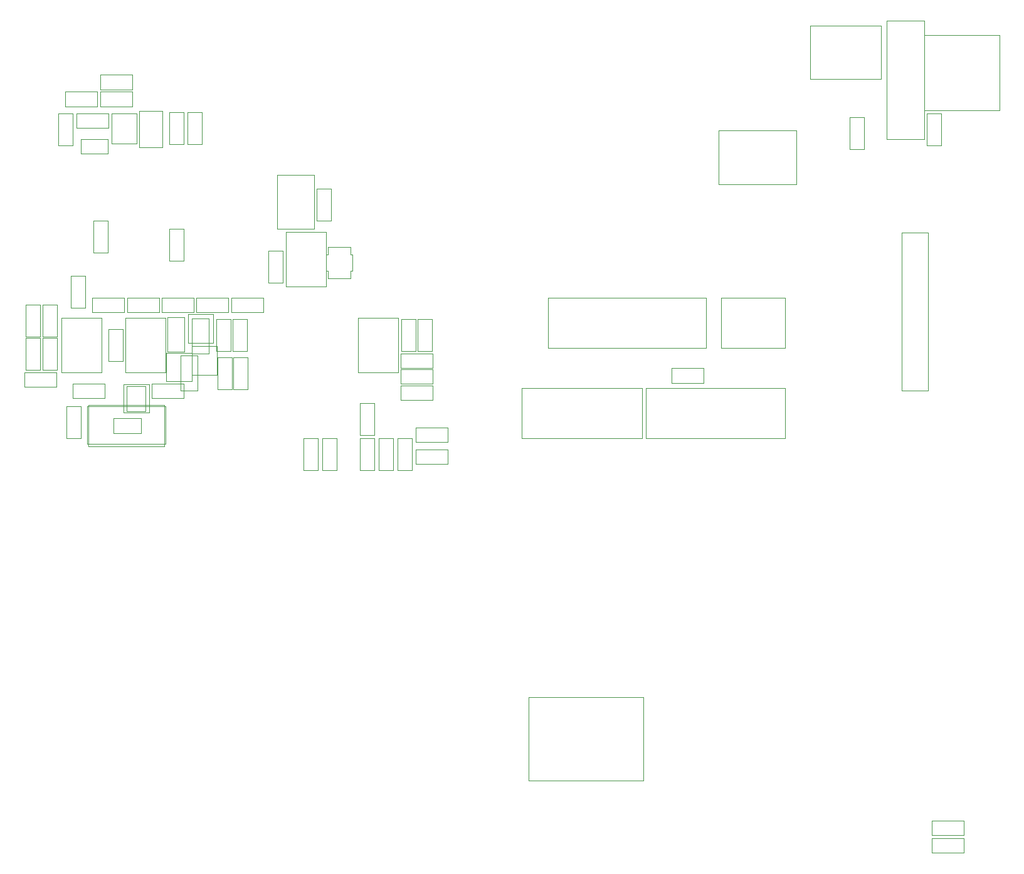
<source format=gbr>
%TF.GenerationSoftware,KiCad,Pcbnew,7.0.1*%
%TF.CreationDate,2023-03-16T09:25:58+01:00*%
%TF.ProjectId,Muons_SIPM_V2,4d756f6e-735f-4534-9950-4d5f56322e6b,rev?*%
%TF.SameCoordinates,PXc54b534PY8c10c98*%
%TF.FileFunction,Other,User*%
%FSLAX46Y46*%
G04 Gerber Fmt 4.6, Leading zero omitted, Abs format (unit mm)*
G04 Created by KiCad (PCBNEW 7.0.1) date 2023-03-16 09:25:58*
%MOMM*%
%LPD*%
G01*
G04 APERTURE LIST*
%ADD10C,0.050000*%
%ADD11C,0.120000*%
%ADD12C,0.100000*%
G04 APERTURE END LIST*
D10*
%TO.C,R22*%
X-87324569Y66972200D02*
X-87324569Y65012200D01*
X-87324569Y65012200D02*
X-83006569Y65012200D01*
X-83006569Y66972200D02*
X-87324569Y66972200D01*
X-83006569Y65012200D02*
X-83006569Y66972200D01*
%TO.C,R25*%
X-98732204Y87014901D02*
X-96772204Y87014901D01*
X-96772204Y87014901D02*
X-96772204Y91332901D01*
X-98732204Y91332901D02*
X-98732204Y87014901D01*
X-96772204Y91332901D02*
X-98732204Y91332901D01*
%TO.C,U12*%
X-44442200Y99202275D02*
X-33942200Y99202275D01*
X-44442200Y91992275D02*
X-44442200Y99202275D01*
X-33942200Y99202275D02*
X-33942200Y91992275D01*
X-33942200Y91992275D02*
X-44442200Y91992275D01*
%TO.C,D6*%
X-118982004Y65368900D02*
X-118982004Y69208900D01*
X-115582004Y65368900D02*
X-118982004Y65368900D01*
X-118982004Y69208900D02*
X-115582004Y69208900D01*
X-115582004Y69208900D02*
X-115582004Y65368900D01*
%TO.C,R8*%
X-124676204Y74664200D02*
X-124676204Y76624200D01*
X-124676204Y76624200D02*
X-128994204Y76624200D01*
X-128994204Y74664200D02*
X-124676204Y74664200D01*
X-128994204Y76624200D02*
X-128994204Y74664200D01*
%TO.C,R13*%
X-105931004Y74664200D02*
X-105931004Y76624200D01*
X-105931004Y76624200D02*
X-110249004Y76624200D01*
X-110249004Y74664200D02*
X-105931004Y74664200D01*
X-110249004Y76624200D02*
X-110249004Y74664200D01*
%TO.C,SW1*%
X-22498004Y106162400D02*
X-22498004Y113412400D01*
X-22498004Y113412400D02*
X-32048004Y113412400D01*
X-32048004Y106162400D02*
X-22498004Y106162400D01*
X-32048004Y113412400D02*
X-32048004Y106162400D01*
%TO.C,R21*%
X-97970204Y53368400D02*
X-96010204Y53368400D01*
X-96010204Y53368400D02*
X-96010204Y57686400D01*
X-97970204Y57686400D02*
X-97970204Y53368400D01*
X-96010204Y57686400D02*
X-97970204Y57686400D01*
%TO.C,R10*%
X-90930204Y57686400D02*
X-92890204Y57686400D01*
X-92890204Y57686400D02*
X-92890204Y53368400D01*
X-90930204Y53368400D02*
X-90930204Y57686400D01*
X-92890204Y53368400D02*
X-90930204Y53368400D01*
%TO.C,C9*%
X-128306204Y102494400D02*
X-128306204Y104454400D01*
X-128306204Y104454400D02*
X-132624204Y104454400D01*
X-132624204Y102494400D02*
X-128306204Y102494400D01*
X-132624204Y104454400D02*
X-132624204Y102494400D01*
%TO.C,R17*%
X-127343204Y63081800D02*
X-127343204Y65041800D01*
X-127343204Y65041800D02*
X-131661204Y65041800D01*
X-131661204Y63081800D02*
X-127343204Y63081800D01*
X-131661204Y65041800D02*
X-131661204Y63081800D01*
%TO.C,R39*%
X-16347000Y97250275D02*
X-14387000Y97250275D01*
X-14387000Y97250275D02*
X-14387000Y101568275D01*
X-16347000Y101568275D02*
X-16347000Y97250275D01*
X-14387000Y101568275D02*
X-16347000Y101568275D01*
%TO.C,R27*%
X-85850204Y57686400D02*
X-87810204Y57686400D01*
X-87810204Y57686400D02*
X-87810204Y53368400D01*
X-85850204Y53368400D02*
X-85850204Y57686400D01*
X-87810204Y53368400D02*
X-85850204Y53368400D01*
%TO.C,D1*%
X-116574004Y69334400D02*
X-118874004Y69334400D01*
X-116574004Y69334400D02*
X-116574004Y74034400D01*
X-118874004Y74034400D02*
X-118874004Y69334400D01*
X-116574004Y74034400D02*
X-118874004Y74034400D01*
%TO.C,C2*%
X-126922004Y87019500D02*
X-128882004Y87019500D01*
X-128882004Y87019500D02*
X-128882004Y82701500D01*
X-126922004Y82701500D02*
X-126922004Y87019500D01*
X-128882004Y82701500D02*
X-126922004Y82701500D01*
%TO.C,D2*%
X-115572004Y73821000D02*
X-113272004Y73821000D01*
X-115572004Y73821000D02*
X-115572004Y69121000D01*
X-113272004Y69121000D02*
X-113272004Y73821000D01*
X-115572004Y69121000D02*
X-113272004Y69121000D01*
%TO.C,J10*%
X-70985000Y64435275D02*
X-54745000Y64435275D01*
X-70985000Y57635275D02*
X-70985000Y64435275D01*
X-54745000Y64435275D02*
X-54745000Y57635275D01*
X-54745000Y57635275D02*
X-70985000Y57635275D01*
%TO.C,R24*%
X-88390204Y57686400D02*
X-90350204Y57686400D01*
X-90350204Y57686400D02*
X-90350204Y53368400D01*
X-88390204Y53368400D02*
X-88390204Y57686400D01*
X-90350204Y53368400D02*
X-88390204Y53368400D01*
%TO.C,R18*%
X-83006569Y62853200D02*
X-83006569Y64813200D01*
X-83006569Y64813200D02*
X-87324569Y64813200D01*
X-87324569Y62853200D02*
X-83006569Y62853200D01*
X-87324569Y64813200D02*
X-87324569Y62853200D01*
%TO.C,L1*%
X-126853204Y96123600D02*
X-126853204Y98023600D01*
X-126853204Y98023600D02*
X-130553204Y98023600D01*
X-130553204Y96123600D02*
X-126853204Y96123600D01*
X-130553204Y98023600D02*
X-130553204Y96123600D01*
%TO.C,R16*%
X-107981004Y68561200D02*
X-109941004Y68561200D01*
X-109941004Y68561200D02*
X-109941004Y64243200D01*
X-107981004Y64243200D02*
X-107981004Y68561200D01*
X-109941004Y64243200D02*
X-107981004Y64243200D01*
%TO.C,R4*%
X-136015204Y75720400D02*
X-137975204Y75720400D01*
X-137975204Y75720400D02*
X-137975204Y71402400D01*
X-136015204Y71402400D02*
X-136015204Y75720400D01*
X-137975204Y71402400D02*
X-136015204Y71402400D01*
%TO.C,U4*%
X-119131404Y73964000D02*
X-119131404Y66564000D01*
X-124531404Y73964000D02*
X-119131404Y73964000D01*
X-119131404Y66564000D02*
X-124531404Y66564000D01*
X-124531404Y66564000D02*
X-124531404Y73964000D01*
%TO.C,C5*%
X-126850004Y68100400D02*
X-124890004Y68100400D01*
X-124890004Y68100400D02*
X-124890004Y72418400D01*
X-126850004Y72418400D02*
X-126850004Y68100400D01*
X-124890004Y72418400D02*
X-126850004Y72418400D01*
%TO.C,J8*%
X-67429001Y76627275D02*
X-46109001Y76627275D01*
X-67429001Y69827275D02*
X-67429001Y76627275D01*
X-46109001Y76627275D02*
X-46109001Y69827275D01*
X-46109001Y69827275D02*
X-67429001Y69827275D01*
%TO.C,RV3*%
X-104043404Y93225401D02*
X-99043404Y93225401D01*
X-104043404Y85925401D02*
X-104043404Y93225401D01*
X-99043404Y93225401D02*
X-99043404Y85925401D01*
X-99043404Y85925401D02*
X-104043404Y85925401D01*
%TO.C,K3*%
X-126161800Y58356500D02*
X-126161800Y60401200D01*
X-122428000Y60413900D02*
X-122428000Y58356500D01*
X-122428000Y60401200D02*
X-126161800Y60401200D01*
X-122428000Y58356500D02*
X-126161800Y58356500D01*
%TO.C,R6*%
X-138138204Y66591200D02*
X-138138204Y64631200D01*
X-138138204Y64631200D02*
X-133820204Y64631200D01*
X-133820204Y66591200D02*
X-138138204Y66591200D01*
X-133820204Y64631200D02*
X-133820204Y66591200D01*
%TO.C,R26*%
X-85092404Y69421200D02*
X-83132404Y69421200D01*
X-83132404Y69421200D02*
X-83132404Y73739200D01*
X-85092404Y73739200D02*
X-85092404Y69421200D01*
X-83132404Y73739200D02*
X-85092404Y73739200D01*
D11*
%TO.C,Led1*%
X-21747000Y114028275D02*
X-16667000Y114028275D01*
X-16667000Y114028275D02*
X-16667000Y98026275D01*
X-16667000Y98026275D02*
X-21747000Y98026275D01*
X-21747000Y98026275D02*
X-21747000Y114028275D01*
D10*
%TO.C,R7*%
X-112227004Y69472000D02*
X-110267004Y69472000D01*
X-110267004Y69472000D02*
X-110267004Y73790000D01*
X-112227004Y73790000D02*
X-112227004Y69472000D01*
X-110267004Y73790000D02*
X-112227004Y73790000D01*
%TO.C,C6*%
X-133578804Y97251400D02*
X-131618804Y97251400D01*
X-131618804Y97251400D02*
X-131618804Y101569400D01*
X-133578804Y101569400D02*
X-133578804Y97251400D01*
X-131618804Y101569400D02*
X-133578804Y101569400D01*
%TO.C,R9*%
X-124260404Y76643000D02*
X-124260404Y74683000D01*
X-124260404Y74683000D02*
X-119942404Y74683000D01*
X-119942404Y76643000D02*
X-124260404Y76643000D01*
X-119942404Y74683000D02*
X-119942404Y76643000D01*
%TO.C,R1*%
X-131100204Y101558800D02*
X-131100204Y99598800D01*
X-131100204Y99598800D02*
X-126782204Y99598800D01*
X-126782204Y101558800D02*
X-131100204Y101558800D01*
X-126782204Y99598800D02*
X-126782204Y101558800D01*
%TO.C,R3*%
X-129919204Y79632000D02*
X-131879204Y79632000D01*
X-131879204Y79632000D02*
X-131879204Y75314000D01*
X-129919204Y75314000D02*
X-129919204Y79632000D01*
X-131879204Y75314000D02*
X-129919204Y75314000D01*
%TO.C,C11*%
X-114194404Y101700300D02*
X-116154404Y101700300D01*
X-116154404Y101700300D02*
X-116154404Y97382300D01*
X-114194404Y97382300D02*
X-114194404Y101700300D01*
X-116154404Y97382300D02*
X-114194404Y97382300D01*
%TO.C,R23*%
X-90930204Y62410801D02*
X-92890204Y62410801D01*
X-92890204Y62410801D02*
X-92890204Y58092801D01*
X-90930204Y58092801D02*
X-90930204Y62410801D01*
X-92890204Y58092801D02*
X-90930204Y58092801D01*
%TO.C,R20*%
X-132501200Y57670400D02*
X-130541200Y57670400D01*
X-130541200Y57670400D02*
X-130541200Y61988400D01*
X-132501200Y61988400D02*
X-132501200Y57670400D01*
X-130541200Y61988400D02*
X-132501200Y61988400D01*
%TO.C,C22*%
X-50800000Y67115275D02*
X-50800000Y65155275D01*
X-50800000Y65155275D02*
X-46482000Y65155275D01*
X-46482000Y67115275D02*
X-50800000Y67115275D01*
X-46482000Y65155275D02*
X-46482000Y67115275D01*
%TO.C,C16*%
X-87338203Y69131200D02*
X-87338203Y67171200D01*
X-87338203Y67171200D02*
X-83020203Y67171200D01*
X-83020203Y69131200D02*
X-87338203Y69131200D01*
X-83020203Y67171200D02*
X-83020203Y69131200D01*
%TO.C,C15*%
X-80988204Y54217200D02*
X-80988204Y56177200D01*
X-80988204Y56177200D02*
X-85306204Y56177200D01*
X-85306204Y54217200D02*
X-80988204Y54217200D01*
X-85306204Y56177200D02*
X-85306204Y54217200D01*
%TO.C,D3*%
X-114796004Y64129400D02*
X-117096004Y64129400D01*
X-114796004Y64129400D02*
X-114796004Y68829400D01*
X-117096004Y68829400D02*
X-117096004Y64129400D01*
X-114796004Y68829400D02*
X-117096004Y68829400D01*
%TO.C,R15*%
X-120967804Y65041800D02*
X-120967804Y63081800D01*
X-120967804Y63081800D02*
X-116649804Y63081800D01*
X-116649804Y65041800D02*
X-120967804Y65041800D01*
X-116649804Y63081800D02*
X-116649804Y65041800D01*
%TO.C,J9*%
X-44061000Y76647275D02*
X-35441000Y76647275D01*
X-44061000Y69847275D02*
X-44061000Y76647275D01*
X-35441000Y76647275D02*
X-35441000Y69847275D01*
X-35441000Y69847275D02*
X-44061000Y69847275D01*
%TO.C,C17*%
X-11285000Y4077475D02*
X-11285000Y6037475D01*
X-11285000Y6037475D02*
X-15603000Y6037475D01*
X-15603000Y4077475D02*
X-11285000Y4077475D01*
X-15603000Y6037475D02*
X-15603000Y4077475D01*
%TO.C,U3*%
X-127767404Y73964000D02*
X-127767404Y66564000D01*
X-133167404Y73964000D02*
X-127767404Y73964000D01*
X-127767404Y66564000D02*
X-133167404Y66564000D01*
X-133167404Y66564000D02*
X-133167404Y73964000D01*
%TO.C,U8*%
X-97154205Y83494200D02*
X-94154205Y83494200D01*
X-97154205Y83494200D02*
X-97154205Y82514200D01*
X-93904205Y82514200D02*
X-94154205Y82514200D01*
X-94154205Y82514200D02*
X-94154205Y83494200D01*
X-97154205Y82514200D02*
X-97404205Y82514200D01*
X-97404205Y82514200D02*
X-97404205Y80254200D01*
X-93904205Y80254200D02*
X-93904205Y82514200D01*
X-94154205Y80254200D02*
X-93904205Y80254200D01*
X-97154205Y80254200D02*
X-97154205Y79274200D01*
X-97404205Y80254200D02*
X-97154205Y80254200D01*
X-94154205Y79274200D02*
X-94154205Y80254200D01*
X-94154205Y79274200D02*
X-97154205Y79274200D01*
%TO.C,J13*%
X-19707000Y85431275D02*
X-16107000Y85431275D01*
X-19707000Y64081275D02*
X-19707000Y85431275D01*
X-16107000Y85431275D02*
X-16107000Y64081275D01*
X-16107000Y64081275D02*
X-19707000Y64081275D01*
%TO.C,C13*%
X-112100004Y64239600D02*
X-110140004Y64239600D01*
X-110140004Y64239600D02*
X-110140004Y68557600D01*
X-112100004Y68557600D02*
X-112100004Y64239600D01*
X-110140004Y68557600D02*
X-112100004Y68557600D01*
%TO.C,R2*%
X-127915804Y106740400D02*
X-127915804Y104780400D01*
X-127915804Y104780400D02*
X-123597804Y104780400D01*
X-123597804Y106740400D02*
X-127915804Y106740400D01*
X-123597804Y104780400D02*
X-123597804Y106740400D01*
D12*
%TO.C,IC1*%
X-54592000Y11407475D02*
X-54592000Y22710475D01*
X-54592000Y11407475D02*
X-70086000Y11407475D01*
X-54592000Y22710475D02*
X-70086000Y22710475D01*
X-70086000Y22710475D02*
X-70086000Y11407475D01*
D10*
%TO.C,J11*%
X-54221000Y64435275D02*
X-35441000Y64435275D01*
X-54221000Y57635275D02*
X-54221000Y64435275D01*
X-35441000Y64435275D02*
X-35441000Y57635275D01*
X-35441000Y57635275D02*
X-54221000Y57635275D01*
%TO.C,C7*%
X-135740004Y71402400D02*
X-133780004Y71402400D01*
X-133780004Y71402400D02*
X-133780004Y75720400D01*
X-135740004Y75720400D02*
X-135740004Y71402400D01*
X-133780004Y75720400D02*
X-135740004Y75720400D01*
%TO.C,C10*%
X-116632804Y101671000D02*
X-118592804Y101671000D01*
X-118592804Y101671000D02*
X-118592804Y97353000D01*
X-116632804Y97353000D02*
X-116632804Y101671000D01*
X-118592804Y97353000D02*
X-116632804Y97353000D01*
%TO.C,C4*%
X-127929104Y104454400D02*
X-127929104Y102494400D01*
X-127929104Y102494400D02*
X-123611104Y102494400D01*
X-123611104Y104454400D02*
X-127929104Y104454400D01*
X-123611104Y102494400D02*
X-123611104Y104454400D01*
%TO.C,R12*%
X-108108004Y73793600D02*
X-110068004Y73793600D01*
X-110068004Y73793600D02*
X-110068004Y69475600D01*
X-108108004Y69475600D02*
X-108108004Y73793600D01*
X-110068004Y69475600D02*
X-108108004Y69475600D01*
%TO.C,U7*%
X-102846404Y78146401D02*
X-102846404Y85546401D01*
X-97446404Y78146401D02*
X-102846404Y78146401D01*
X-102846404Y85546401D02*
X-97446404Y85546401D01*
X-97446404Y85546401D02*
X-97446404Y78146401D01*
%TO.C,R40*%
X-24801000Y101060275D02*
X-26761000Y101060275D01*
X-26761000Y101060275D02*
X-26761000Y96742275D01*
X-24801000Y96742275D02*
X-24801000Y101060275D01*
X-26761000Y96742275D02*
X-24801000Y96742275D01*
%TO.C,SW2*%
X-16672000Y112109275D02*
X-6512000Y112109275D01*
X-16672000Y101949275D02*
X-16672000Y112109275D01*
X-6512000Y112109275D02*
X-6512000Y101949275D01*
X-6512000Y101949275D02*
X-16672000Y101949275D01*
%TO.C,C14*%
X-80988204Y57138200D02*
X-80988204Y59098200D01*
X-80988204Y59098200D02*
X-85306204Y59098200D01*
X-85306204Y57138200D02*
X-80988204Y57138200D01*
X-85306204Y59098200D02*
X-85306204Y57138200D01*
%TO.C,R11*%
X-119596204Y76624200D02*
X-119596204Y74664200D01*
X-119596204Y74664200D02*
X-115278204Y74664200D01*
X-115278204Y76624200D02*
X-119596204Y76624200D01*
X-115278204Y74664200D02*
X-115278204Y76624200D01*
%TO.C,D5*%
X-112148004Y70097900D02*
X-112148004Y66257900D01*
X-115548004Y70097900D02*
X-112148004Y70097900D01*
X-112148004Y66257900D02*
X-115548004Y66257900D01*
X-115548004Y66257900D02*
X-115548004Y70097900D01*
%TO.C,K2*%
X-129689600Y61950600D02*
X-119089600Y61950600D01*
X-129689600Y56870600D02*
X-129689600Y61950600D01*
X-119089600Y61950600D02*
X-119089600Y56870600D01*
X-119089600Y56870600D02*
X-129689600Y56870600D01*
%TO.C,L2*%
X-122690203Y96968600D02*
X-119530203Y96968600D01*
X-119530203Y96968600D02*
X-119530203Y101868600D01*
X-122690203Y101868600D02*
X-122690203Y96968600D01*
X-119530203Y101868600D02*
X-122690203Y101868600D01*
%TO.C,U2*%
X-87686204Y73945200D02*
X-87686204Y66545200D01*
X-93086204Y73945200D02*
X-87686204Y73945200D01*
X-87686204Y66545200D02*
X-93086204Y66545200D01*
X-93086204Y66545200D02*
X-93086204Y73945200D01*
%TO.C,C3*%
X-87302204Y69399700D02*
X-85342204Y69399700D01*
X-85342204Y69399700D02*
X-85342204Y73717700D01*
X-87302204Y73717700D02*
X-87302204Y69399700D01*
X-85342204Y73717700D02*
X-87302204Y73717700D01*
%TO.C,K1*%
X-129483800Y62185200D02*
X-119283800Y62185200D01*
X-129483800Y56585200D02*
X-129483800Y62185200D01*
X-119283800Y62185200D02*
X-119283800Y56585200D01*
X-119283800Y56585200D02*
X-129483800Y56585200D01*
%TO.C,R19*%
X-100510204Y53368400D02*
X-98550204Y53368400D01*
X-98550204Y53368400D02*
X-98550204Y57686400D01*
X-100510204Y57686400D02*
X-100510204Y53368400D01*
X-98550204Y57686400D02*
X-100510204Y57686400D01*
%TO.C,C18*%
X-15603001Y3624475D02*
X-15603001Y1664475D01*
X-15603001Y1664475D02*
X-11285001Y1664475D01*
X-11285001Y3624475D02*
X-15603001Y3624475D01*
X-11285001Y1664475D02*
X-11285001Y3624475D01*
%TO.C,R14*%
X-110604604Y74664200D02*
X-110604604Y76624200D01*
X-110604604Y76624200D02*
X-114922604Y76624200D01*
X-114922604Y74664200D02*
X-110604604Y74664200D01*
X-114922604Y76624200D02*
X-114922604Y74664200D01*
%TO.C,D4*%
X-116061004Y70575900D02*
X-116061004Y74415900D01*
X-112661004Y70575900D02*
X-116061004Y70575900D01*
X-116061004Y74415900D02*
X-112661004Y74415900D01*
X-112661004Y74415900D02*
X-112661004Y70575900D01*
%TO.C,Q2*%
X-121342003Y64986900D02*
X-121342003Y61146900D01*
X-124742003Y64986900D02*
X-121342003Y64986900D01*
X-121342003Y61146900D02*
X-124742003Y61146900D01*
X-124742003Y61146900D02*
X-124742003Y64986900D01*
%TO.C,C1*%
X-116609604Y85960500D02*
X-118569604Y85960500D01*
X-118569604Y85960500D02*
X-118569604Y81642500D01*
X-116609604Y81642500D02*
X-116609604Y85960500D01*
X-118569604Y81642500D02*
X-116609604Y81642500D01*
%TO.C,R5*%
X-133780004Y71202000D02*
X-135740004Y71202000D01*
X-135740004Y71202000D02*
X-135740004Y66884000D01*
X-133780004Y66884000D02*
X-133780004Y71202000D01*
X-135740004Y66884000D02*
X-133780004Y66884000D01*
%TO.C,U1*%
X-126420203Y97438600D02*
X-126420203Y101538600D01*
X-123020203Y97438600D02*
X-126420203Y97438600D01*
X-126420203Y101538600D02*
X-123020203Y101538600D01*
X-123020203Y101538600D02*
X-123020203Y97438600D01*
%TO.C,C12*%
X-136015204Y71199200D02*
X-137975204Y71199200D01*
X-137975204Y71199200D02*
X-137975204Y66881200D01*
X-136015204Y66881200D02*
X-136015204Y71199200D01*
X-137975204Y66881200D02*
X-136015204Y66881200D01*
%TO.C,Q1*%
X-121788005Y64704399D02*
X-124388005Y64704399D01*
X-124388005Y64704399D02*
X-124388005Y61304399D01*
X-121788005Y61304399D02*
X-121788005Y64704399D01*
X-124388005Y61304399D02*
X-121788005Y61304399D01*
%TO.C,C8*%
X-103249204Y83010200D02*
X-105209204Y83010200D01*
X-105209204Y83010200D02*
X-105209204Y78692200D01*
X-103249204Y78692200D02*
X-103249204Y83010200D01*
X-105209204Y78692200D02*
X-103249204Y78692200D01*
%TD*%
M02*

</source>
